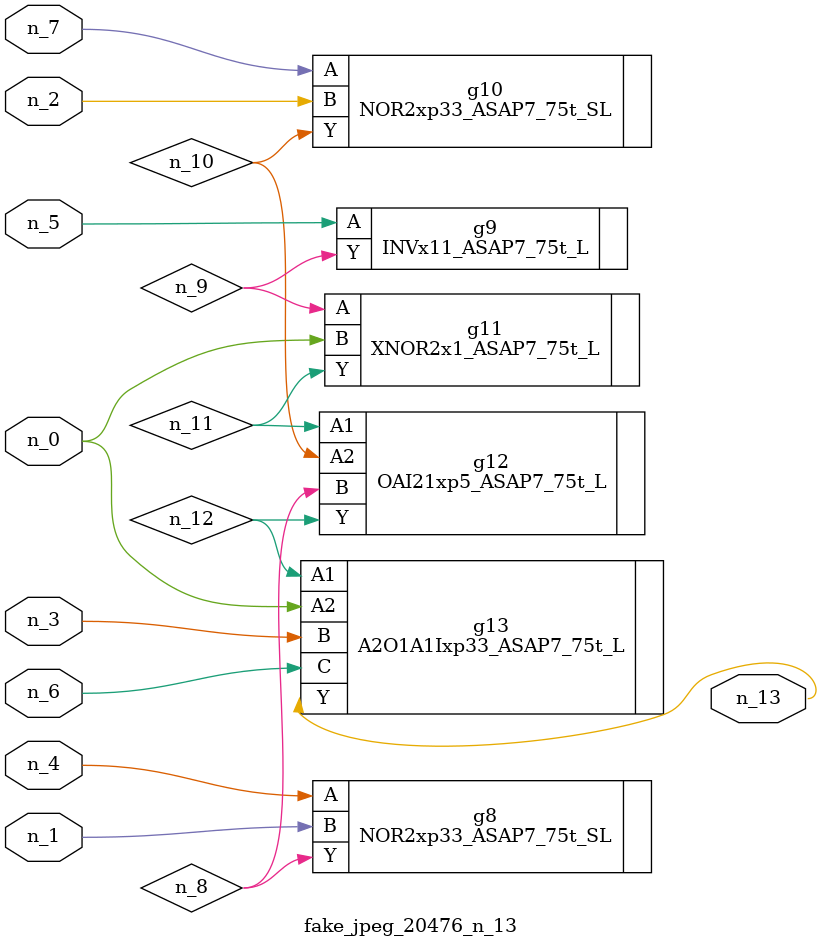
<source format=v>
module fake_jpeg_20476_n_13 (n_3, n_2, n_1, n_0, n_4, n_6, n_5, n_7, n_13);

input n_3;
input n_2;
input n_1;
input n_0;
input n_4;
input n_6;
input n_5;
input n_7;

output n_13;

wire n_11;
wire n_10;
wire n_12;
wire n_8;
wire n_9;

NOR2xp33_ASAP7_75t_SL g8 ( 
.A(n_4),
.B(n_1),
.Y(n_8)
);

INVx11_ASAP7_75t_L g9 ( 
.A(n_5),
.Y(n_9)
);

NOR2xp33_ASAP7_75t_SL g10 ( 
.A(n_7),
.B(n_2),
.Y(n_10)
);

XNOR2x1_ASAP7_75t_L g11 ( 
.A(n_9),
.B(n_0),
.Y(n_11)
);

OAI21xp5_ASAP7_75t_L g12 ( 
.A1(n_11),
.A2(n_10),
.B(n_8),
.Y(n_12)
);

A2O1A1Ixp33_ASAP7_75t_L g13 ( 
.A1(n_12),
.A2(n_0),
.B(n_3),
.C(n_6),
.Y(n_13)
);


endmodule
</source>
